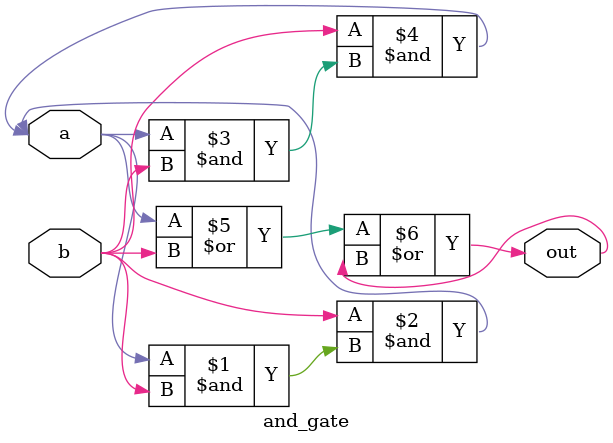
<source format=v>

module and_gate( 
    input a, 
    input b, 
    output out );

    // assing the AND of a and b to out

and A1(a, b, a & b);
and A2(a, b, a & b);
or A3(out, a, b, out);

endmodule

</source>
